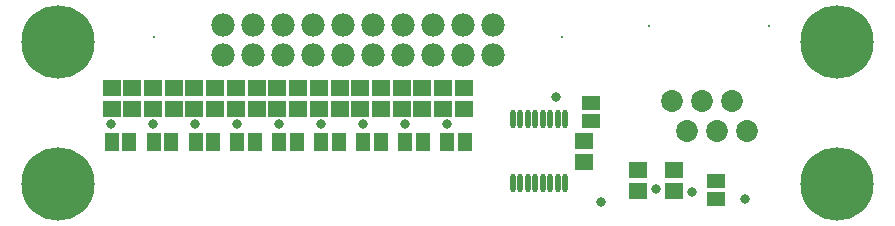
<source format=gts>
G04*
G04 #@! TF.GenerationSoftware,Altium Limited,Altium Designer,18.0.7 (293)*
G04*
G04 Layer_Color=8388736*
%FSLAX25Y25*%
%MOIN*%
G70*
G01*
G75*
%ADD20R,0.06312X0.05524*%
%ADD21O,0.01772X0.06102*%
%ADD22R,0.05131X0.06312*%
%ADD23R,0.06312X0.05131*%
%ADD24C,0.07300*%
%ADD25C,0.00800*%
%ADD26C,0.07800*%
%ADD27C,0.24422*%
%ADD28C,0.03300*%
D20*
X188976Y21063D02*
D03*
Y28150D02*
D03*
X38544Y38681D02*
D03*
Y45768D02*
D03*
X52366Y38681D02*
D03*
Y45768D02*
D03*
X66187Y38681D02*
D03*
Y45768D02*
D03*
X80008Y38681D02*
D03*
Y45768D02*
D03*
X93829Y38681D02*
D03*
Y45768D02*
D03*
X107650Y38681D02*
D03*
Y45768D02*
D03*
X121472Y38681D02*
D03*
Y45768D02*
D03*
X135293Y38681D02*
D03*
Y45768D02*
D03*
X149114Y38681D02*
D03*
Y45768D02*
D03*
X31634D02*
D03*
Y38681D02*
D03*
X45455Y45768D02*
D03*
Y38681D02*
D03*
X59276Y45768D02*
D03*
Y38681D02*
D03*
X73097Y45768D02*
D03*
Y38681D02*
D03*
X86919Y45768D02*
D03*
Y38681D02*
D03*
X100740Y45768D02*
D03*
Y38681D02*
D03*
X114561Y45768D02*
D03*
Y38681D02*
D03*
X128382Y45768D02*
D03*
Y38681D02*
D03*
X142203Y45768D02*
D03*
Y38681D02*
D03*
X207087Y18504D02*
D03*
Y11417D02*
D03*
X219291Y18504D02*
D03*
Y11417D02*
D03*
D21*
X182854Y35433D02*
D03*
X180354D02*
D03*
X177854D02*
D03*
X175354D02*
D03*
X172854D02*
D03*
X170354D02*
D03*
X167854D02*
D03*
X165354D02*
D03*
X182854Y13976D02*
D03*
X180354D02*
D03*
X177854D02*
D03*
X175354D02*
D03*
X172854D02*
D03*
X170354D02*
D03*
X167854D02*
D03*
X165354D02*
D03*
D22*
X37598Y27854D02*
D03*
X31693D02*
D03*
X51575D02*
D03*
X45669D02*
D03*
X65551D02*
D03*
X59646D02*
D03*
X79527D02*
D03*
X73622D02*
D03*
X93504D02*
D03*
X87598D02*
D03*
X107480D02*
D03*
X101575D02*
D03*
X121457D02*
D03*
X115551D02*
D03*
X135433D02*
D03*
X129527D02*
D03*
X149409D02*
D03*
X143504D02*
D03*
D23*
X191339Y40748D02*
D03*
Y34843D02*
D03*
X233268Y14764D02*
D03*
Y8858D02*
D03*
D24*
X218347Y41339D02*
D03*
X228346D02*
D03*
X238347D02*
D03*
X223346Y31339D02*
D03*
X233347D02*
D03*
X243347D02*
D03*
D25*
X210846Y66339D02*
D03*
X250847D02*
D03*
X181898Y62929D02*
D03*
X45898D02*
D03*
D26*
X68898Y66929D02*
D03*
Y56929D02*
D03*
X78898D02*
D03*
X88898D02*
D03*
X98898D02*
D03*
X108898D02*
D03*
X118898D02*
D03*
X128898D02*
D03*
X138898D02*
D03*
X148898D02*
D03*
X158898D02*
D03*
X78898Y66929D02*
D03*
X88898D02*
D03*
X98898D02*
D03*
X108898D02*
D03*
X118898D02*
D03*
X128898D02*
D03*
X138898D02*
D03*
X148898D02*
D03*
X158898D02*
D03*
D27*
X273622Y61024D02*
D03*
Y13780D02*
D03*
X13780D02*
D03*
Y61024D02*
D03*
D28*
X225197Y11024D02*
D03*
X242913Y8661D02*
D03*
X179921Y42913D02*
D03*
X31496Y33661D02*
D03*
X45497D02*
D03*
X59498D02*
D03*
X73499D02*
D03*
X87500D02*
D03*
X101501D02*
D03*
X115502D02*
D03*
X129503D02*
D03*
X194882Y7874D02*
D03*
X212992Y12205D02*
D03*
X143504Y33661D02*
D03*
M02*

</source>
